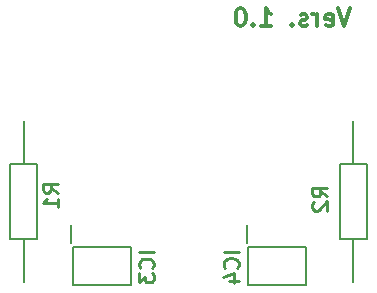
<source format=gbr>
%TF.GenerationSoftware,KiCad,Pcbnew,(6.0.0)*%
%TF.CreationDate,2022-02-17T20:09:26-08:00*%
%TF.ProjectId,AMS-Vacuum-Sensor,414d532d-5661-4637-9575-6d2d53656e73,rev?*%
%TF.SameCoordinates,Original*%
%TF.FileFunction,Legend,Bot*%
%TF.FilePolarity,Positive*%
%FSLAX46Y46*%
G04 Gerber Fmt 4.6, Leading zero omitted, Abs format (unit mm)*
G04 Created by KiCad (PCBNEW (6.0.0)) date 2022-02-17 20:09:26*
%MOMM*%
%LPD*%
G01*
G04 APERTURE LIST*
%ADD10C,0.300000*%
%ADD11C,0.254000*%
%ADD12C,0.200000*%
G04 APERTURE END LIST*
D10*
X131136102Y-78705812D02*
X130636102Y-80205812D01*
X130136102Y-78705812D01*
X129064673Y-80134383D02*
X129207531Y-80205812D01*
X129493245Y-80205812D01*
X129636102Y-80134383D01*
X129707531Y-79991526D01*
X129707531Y-79420098D01*
X129636102Y-79277241D01*
X129493245Y-79205812D01*
X129207531Y-79205812D01*
X129064673Y-79277241D01*
X128993245Y-79420098D01*
X128993245Y-79562955D01*
X129707531Y-79705812D01*
X128350388Y-80205812D02*
X128350388Y-79205812D01*
X128350388Y-79491526D02*
X128278959Y-79348669D01*
X128207531Y-79277241D01*
X128064673Y-79205812D01*
X127921816Y-79205812D01*
X127493245Y-80134383D02*
X127350388Y-80205812D01*
X127064673Y-80205812D01*
X126921816Y-80134383D01*
X126850388Y-79991526D01*
X126850388Y-79920098D01*
X126921816Y-79777241D01*
X127064673Y-79705812D01*
X127278959Y-79705812D01*
X127421816Y-79634383D01*
X127493245Y-79491526D01*
X127493245Y-79420098D01*
X127421816Y-79277241D01*
X127278959Y-79205812D01*
X127064673Y-79205812D01*
X126921816Y-79277241D01*
X126207531Y-80062955D02*
X126136102Y-80134383D01*
X126207531Y-80205812D01*
X126278959Y-80134383D01*
X126207531Y-80062955D01*
X126207531Y-80205812D01*
X123564673Y-80205812D02*
X124421816Y-80205812D01*
X123993245Y-80205812D02*
X123993245Y-78705812D01*
X124136102Y-78920098D01*
X124278959Y-79062955D01*
X124421816Y-79134383D01*
X122921816Y-80062955D02*
X122850388Y-80134383D01*
X122921816Y-80205812D01*
X122993245Y-80134383D01*
X122921816Y-80062955D01*
X122921816Y-80205812D01*
X121921816Y-78705812D02*
X121778959Y-78705812D01*
X121636102Y-78777241D01*
X121564673Y-78848669D01*
X121493245Y-78991526D01*
X121421816Y-79277241D01*
X121421816Y-79634383D01*
X121493245Y-79920098D01*
X121564673Y-80062955D01*
X121636102Y-80134383D01*
X121778959Y-80205812D01*
X121921816Y-80205812D01*
X122064673Y-80134383D01*
X122136102Y-80062955D01*
X122207531Y-79920098D01*
X122278959Y-79634383D01*
X122278959Y-79277241D01*
X122207531Y-78991526D01*
X122136102Y-78848669D01*
X122064673Y-78777241D01*
X121921816Y-78705812D01*
D11*
%TO.C,R2*%
X129201605Y-94624381D02*
X128596843Y-94201048D01*
X129201605Y-93898667D02*
X127931605Y-93898667D01*
X127931605Y-94382476D01*
X127992082Y-94503428D01*
X128052558Y-94563905D01*
X128173510Y-94624381D01*
X128354939Y-94624381D01*
X128475891Y-94563905D01*
X128536367Y-94503428D01*
X128596843Y-94382476D01*
X128596843Y-93898667D01*
X128052558Y-95108190D02*
X127992082Y-95168667D01*
X127931605Y-95289619D01*
X127931605Y-95592000D01*
X127992082Y-95712952D01*
X128052558Y-95773428D01*
X128173510Y-95833905D01*
X128294462Y-95833905D01*
X128475891Y-95773428D01*
X129201605Y-95047714D01*
X129201605Y-95833905D01*
%TO.C,IC4*%
X121695111Y-99321112D02*
X120425111Y-99321112D01*
X121574159Y-100651588D02*
X121634635Y-100591112D01*
X121695111Y-100409683D01*
X121695111Y-100288731D01*
X121634635Y-100107302D01*
X121513683Y-99986350D01*
X121392730Y-99925874D01*
X121150826Y-99865397D01*
X120969397Y-99865397D01*
X120727492Y-99925874D01*
X120606540Y-99986350D01*
X120485588Y-100107302D01*
X120425111Y-100288731D01*
X120425111Y-100409683D01*
X120485588Y-100591112D01*
X120546064Y-100651588D01*
X120848445Y-101740159D02*
X121695111Y-101740159D01*
X120364635Y-101437778D02*
X121271778Y-101135397D01*
X121271778Y-101921588D01*
%TO.C,IC3*%
X114504296Y-99347219D02*
X113234296Y-99347219D01*
X114383344Y-100677695D02*
X114443820Y-100617219D01*
X114504296Y-100435790D01*
X114504296Y-100314838D01*
X114443820Y-100133409D01*
X114322868Y-100012457D01*
X114201915Y-99951981D01*
X113960011Y-99891504D01*
X113778582Y-99891504D01*
X113536677Y-99951981D01*
X113415725Y-100012457D01*
X113294773Y-100133409D01*
X113234296Y-100314838D01*
X113234296Y-100435790D01*
X113294773Y-100617219D01*
X113355249Y-100677695D01*
X113234296Y-101101028D02*
X113234296Y-101887219D01*
X113718106Y-101463885D01*
X113718106Y-101645314D01*
X113778582Y-101766266D01*
X113839058Y-101826742D01*
X113960011Y-101887219D01*
X114262392Y-101887219D01*
X114383344Y-101826742D01*
X114443820Y-101766266D01*
X114504296Y-101645314D01*
X114504296Y-101282457D01*
X114443820Y-101161504D01*
X114383344Y-101101028D01*
%TO.C,R1*%
X106376714Y-94317532D02*
X105771952Y-93894199D01*
X106376714Y-93591818D02*
X105106714Y-93591818D01*
X105106714Y-94075627D01*
X105167191Y-94196579D01*
X105227667Y-94257056D01*
X105348619Y-94317532D01*
X105530048Y-94317532D01*
X105651000Y-94257056D01*
X105711476Y-94196579D01*
X105771952Y-94075627D01*
X105771952Y-93591818D01*
X106376714Y-95527056D02*
X106376714Y-94801341D01*
X106376714Y-95164199D02*
X105106714Y-95164199D01*
X105288143Y-95043246D01*
X105409095Y-94922294D01*
X105469571Y-94801341D01*
D12*
%TO.C,R2*%
X132538728Y-98198483D02*
X132538728Y-91898483D01*
X132538728Y-91898483D02*
X130238728Y-91898483D01*
X131388728Y-98198483D02*
X131388728Y-101848483D01*
X130238728Y-98198483D02*
X132538728Y-98198483D01*
X131388728Y-88248483D02*
X131388728Y-91898483D01*
X130238728Y-91898483D02*
X130238728Y-98198483D01*
%TO.C,IC4*%
X127419951Y-102105601D02*
X127419951Y-98909601D01*
X127419951Y-98909601D02*
X122515951Y-98909601D01*
X122515951Y-98909601D02*
X122515951Y-102105601D01*
X122515951Y-102105601D02*
X127419951Y-102105601D01*
X122387951Y-97032601D02*
X122387951Y-98559601D01*
%TO.C,IC3*%
X107624949Y-98909601D02*
X107624949Y-102105601D01*
X112528949Y-98909601D02*
X107624949Y-98909601D01*
X112528949Y-102105601D02*
X112528949Y-98909601D01*
X107624949Y-102105601D02*
X112528949Y-102105601D01*
X107496949Y-97032601D02*
X107496949Y-98559601D01*
%TO.C,R1*%
X102339017Y-98198483D02*
X104639017Y-98198483D01*
X103489017Y-88248483D02*
X103489017Y-91898483D01*
X104639017Y-98198483D02*
X104639017Y-91898483D01*
X103489017Y-98198483D02*
X103489017Y-101848483D01*
X104639017Y-91898483D02*
X102339017Y-91898483D01*
X102339017Y-91898483D02*
X102339017Y-98198483D01*
%TD*%
M02*

</source>
